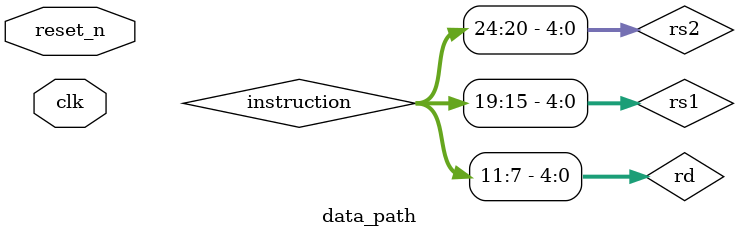
<source format=sv>
`timescale 1ns / 1ps


module data_path(
input logic clk, reset_n
    );
    
    
    logic [31:0]next_pc;
    logic [31:0]current_pc; 
    logic [31:0]pc_plus_4;  
    logic memtoreg;  
    logic [31:0]instruction;  
    logic reg_write;
    logic [4:0]rs1, rs2, rd;
    assign rs1 = instruction[19:15];
    assign rs2 = instruction[24:20];
    assign rd  = instruction[11:7];
        
    logic [31:0]reg_rdata1;
    logic [31:0]reg_rdata2;
    logic [31:0]reg_wdata;
    logic [31:0]imm; 
    logic [31:0]pc_jump;
    
    assign pc_jump = current_pc + imm; // alu/adder
    
     logic zero;
     logic branch;
     logic pc_sel;
     assign pc_sel = branch & zero;
     assign next_pc = (pc_sel == 0) ? pc_plus_4 : pc_jump;
    logic [3:0]alu_ctrl;
//    logic zero; moved it up there
    logic [31:0]alu_result;
    
    logic [31:0]alu_op2;
    // logic [31:0]reg_rdata2; its written up there
//    logic [31:0]imm;    also its written up there
    logic alu_src; //conrol bit for the MUX
    
    assign alu_op2 = (alu_src == 0) ? reg_rdata2 : imm;  //<------ MUX
    
    logic mem_write;
    logic [31:0]mem_rdata;
    
    
    assign reg_wdata = (memtoreg == 1) ? mem_rdata : alu_result;
    
    logic [2:0]func3 = instruction[14:12];
    
    
    
    
    
    
    
    
    
    
//    logic memtoreg; // MUX Control
//////////////////////////////////////////////// 
//    logic [31:0]next_pc;
//    logic [31:0]current_pc;
    
    
//    logic [31:0]pc_plus_4; //offset alu/adder
    
    assign pc_plus_4 = current_pc + 4;
    
    
    
    program_counter PC (
        .clk(clk),
        .reset_n(reset_n),
        .data_in(next_pc),
        .data_o(current_pc)
    );
    
    
//////////////////////////////////////////////// 

//    logic [31:0]instruction;
    
    inst_mem ROM(
        .address(current_pc),
        .instruction(instruction)
    );
    
    
//////////////////////////////////////////////// 

    
    
//    logic reg_write;
//    logic [4:0]rs1, rs2, rd;
//    assign rs1 = instruction[19:15];
//    assign rs2 = instruction[24:20];
//    assign rd  = instruction[11:7];
        
//    logic [31:0]reg_rdata1;
//    logic [31:0]reg_rdata2;
//    logic [31:0]reg_wdata;
    
    reg_file Register (
        .clk(clk),
        .reset_n(reset_n),
        .reg_write(reg_write),
        .raddr1(rs1),
        .raddr2(rs2),
        .waddr(rd),
        .wdata(reg_wdata),
        .rdata1(reg_rdata1),
        .rdata2(reg_rdata2)
    );
    
////////////////////////////////////////////////
    
    
    
//    logic [31:0]imm;
    
    imm_gen IMM_Generator (
        .instruction(instruction),
        .imm(imm)
    
    );
    
    
    
//    logic [31:0]pc_jump;
    
//    assign pc_jump = current_pc + imm; // alu/adder
    
//     logic zero;
//     logic branch;
//     logic pc_sel;
//     assign pc_sel = branch & zero;
//     assign next_pc = (pc_sel == 0) ? pc_plus_4 : pc_jump;
     
     
    
    
//////////////////////////////////////////////// 

    
//    logic [3:0]alu_ctrl;
////    logic zero; moved it up there
//    logic [31:0]alu_result;
    
//    logic [31:0]alu_op2;
//    // logic [31:0]reg_rdata2; its written up there
////    logic [31:0]imm;    also its written up there
//    logic alu_src; //conrol bit for the MUX
    
//    assign alu_op2 = (alu_src == 0) ? reg_rdata2 : imm;  //<------ MUX
    
    
    
    alu ALU(
        .alu_ctrl(alu_ctrl),
        .op1(reg_rdata1),
        .op2(alu_op2),
        .alu_result(alu_result),
        .zero(zero)
    );
    
////////////////////////////////////////////////



//    logic mem_write;
//    logic [31:0]mem_rdata;
//    logic [1:0]bhw;
    
    data_mem RAM (
        .clk(clk),
        .reset_n(reset_n),
        .mem_write(mem_write),
        .addr(alu_result),
        .wdata(reg_rdata2),
        .rdata(mem_rdata),
        .func3(func3) //to control Byte, Half-word and word
    
    );
    
    
//    logic [31:0]reg_wdata;  //i put it up there
//    logic memtoreg; // MUX Control
    
//    assign reg_wdata = (memtoreg == 1) ? mem_rdata : alu_result; //   <---------- MUX
    
    
    
    
    
    
    
    
endmodule

</source>
